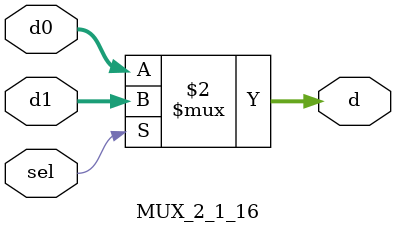
<source format=v>
`timescale 1ns / 1ps
module rippleCarryAdder(
    input [31:0] a,
    input [31:0] b,
    output [31:0] sum
    );

    wire sel, w;
    wire [15:0] tmp1, tmp2;

    add16 lo(
        .a(a[15:0]),
        .b(b[15:0]),
        .cin(0),
        .cout(sel),
        .sum(sum[15:0])
    );

    add16 hi0(
        .a(a[31:16]),
        .b(b[31:16]),
        .cin(0),
        .cout(w),
        .sum(tmp1)
    );
    
    add16 hi1(
        .a(a[31:16]),
        .b(b[31:16]),
        .cin(1),
        .cout(w),
        .sum(tmp2)
    );

    MUX_2_1_16 mux(
        .d0(tmp1),
        .d1(tmp2),
        .sel(sel),
        .d(sum[31:16])
    );

endmodule

module add16(
     input [15:0] a,
     input [15:0] b,
     input cin,
     output cout,
     output [15:0] sum
    );
    wire [16:0] c = a + b + cin;
    assign cout = c[16];
    assign sum = c[15:0];
endmodule

module MUX_2_1_16 (
    input [15:0] d0,
    input [15:0] d1,
    input sel,
    output [15:0] d
);
assign d = (sel == 0) ? d0 : d1;
endmodule
</source>
